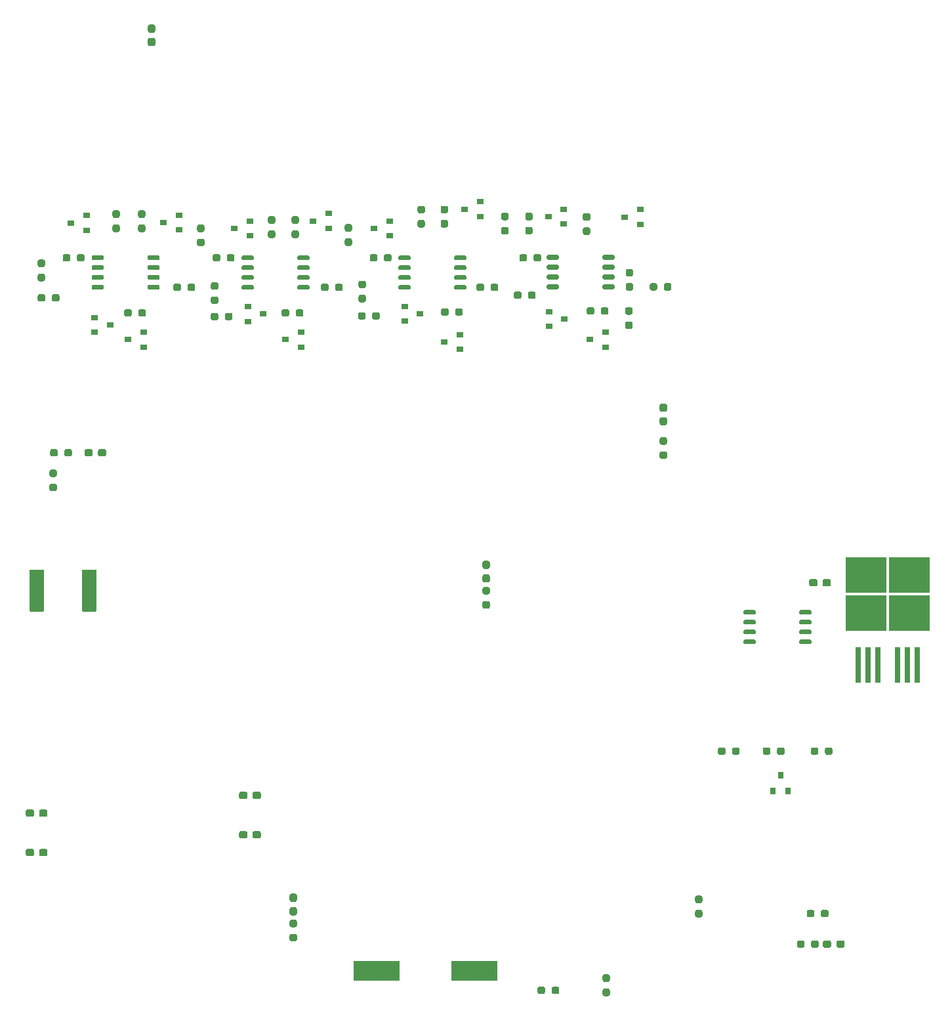
<source format=gbr>
%TF.GenerationSoftware,KiCad,Pcbnew,(5.1.10)-1*%
%TF.CreationDate,2021-12-10T12:48:02-06:00*%
%TF.ProjectId,BMS_2022_Rev1,424d535f-3230-4323-925f-526576312e6b,rev?*%
%TF.SameCoordinates,Original*%
%TF.FileFunction,Paste,Top*%
%TF.FilePolarity,Positive*%
%FSLAX46Y46*%
G04 Gerber Fmt 4.6, Leading zero omitted, Abs format (unit mm)*
G04 Created by KiCad (PCBNEW (5.1.10)-1) date 2021-12-10 12:48:02*
%MOMM*%
%LPD*%
G01*
G04 APERTURE LIST*
%ADD10R,0.800000X0.900000*%
%ADD11R,5.250000X4.550000*%
%ADD12R,0.800000X4.600000*%
%ADD13R,6.000000X2.500000*%
%ADD14R,0.900000X0.800000*%
G04 APERTURE END LIST*
%TO.C,U6*%
G36*
G01*
X58294000Y-78128000D02*
X58294000Y-77828000D01*
G75*
G02*
X58444000Y-77678000I150000J0D01*
G01*
X59744000Y-77678000D01*
G75*
G02*
X59894000Y-77828000I0J-150000D01*
G01*
X59894000Y-78128000D01*
G75*
G02*
X59744000Y-78278000I-150000J0D01*
G01*
X58444000Y-78278000D01*
G75*
G02*
X58294000Y-78128000I0J150000D01*
G01*
G37*
G36*
G01*
X58294000Y-79398000D02*
X58294000Y-79098000D01*
G75*
G02*
X58444000Y-78948000I150000J0D01*
G01*
X59744000Y-78948000D01*
G75*
G02*
X59894000Y-79098000I0J-150000D01*
G01*
X59894000Y-79398000D01*
G75*
G02*
X59744000Y-79548000I-150000J0D01*
G01*
X58444000Y-79548000D01*
G75*
G02*
X58294000Y-79398000I0J150000D01*
G01*
G37*
G36*
G01*
X58294000Y-80668000D02*
X58294000Y-80368000D01*
G75*
G02*
X58444000Y-80218000I150000J0D01*
G01*
X59744000Y-80218000D01*
G75*
G02*
X59894000Y-80368000I0J-150000D01*
G01*
X59894000Y-80668000D01*
G75*
G02*
X59744000Y-80818000I-150000J0D01*
G01*
X58444000Y-80818000D01*
G75*
G02*
X58294000Y-80668000I0J150000D01*
G01*
G37*
G36*
G01*
X58294000Y-81938000D02*
X58294000Y-81638000D01*
G75*
G02*
X58444000Y-81488000I150000J0D01*
G01*
X59744000Y-81488000D01*
G75*
G02*
X59894000Y-81638000I0J-150000D01*
G01*
X59894000Y-81938000D01*
G75*
G02*
X59744000Y-82088000I-150000J0D01*
G01*
X58444000Y-82088000D01*
G75*
G02*
X58294000Y-81938000I0J150000D01*
G01*
G37*
G36*
G01*
X65494000Y-81938000D02*
X65494000Y-81638000D01*
G75*
G02*
X65644000Y-81488000I150000J0D01*
G01*
X66944000Y-81488000D01*
G75*
G02*
X67094000Y-81638000I0J-150000D01*
G01*
X67094000Y-81938000D01*
G75*
G02*
X66944000Y-82088000I-150000J0D01*
G01*
X65644000Y-82088000D01*
G75*
G02*
X65494000Y-81938000I0J150000D01*
G01*
G37*
G36*
G01*
X65494000Y-80668000D02*
X65494000Y-80368000D01*
G75*
G02*
X65644000Y-80218000I150000J0D01*
G01*
X66944000Y-80218000D01*
G75*
G02*
X67094000Y-80368000I0J-150000D01*
G01*
X67094000Y-80668000D01*
G75*
G02*
X66944000Y-80818000I-150000J0D01*
G01*
X65644000Y-80818000D01*
G75*
G02*
X65494000Y-80668000I0J150000D01*
G01*
G37*
G36*
G01*
X65494000Y-79398000D02*
X65494000Y-79098000D01*
G75*
G02*
X65644000Y-78948000I150000J0D01*
G01*
X66944000Y-78948000D01*
G75*
G02*
X67094000Y-79098000I0J-150000D01*
G01*
X67094000Y-79398000D01*
G75*
G02*
X66944000Y-79548000I-150000J0D01*
G01*
X65644000Y-79548000D01*
G75*
G02*
X65494000Y-79398000I0J150000D01*
G01*
G37*
G36*
G01*
X65494000Y-78128000D02*
X65494000Y-77828000D01*
G75*
G02*
X65644000Y-77678000I150000J0D01*
G01*
X66944000Y-77678000D01*
G75*
G02*
X67094000Y-77828000I0J-150000D01*
G01*
X67094000Y-78128000D01*
G75*
G02*
X66944000Y-78278000I-150000J0D01*
G01*
X65644000Y-78278000D01*
G75*
G02*
X65494000Y-78128000I0J150000D01*
G01*
G37*
%TD*%
%TO.C,C8*%
G36*
G01*
X65802500Y-47876000D02*
X66277500Y-47876000D01*
G75*
G02*
X66515000Y-48113500I0J-237500D01*
G01*
X66515000Y-48713500D01*
G75*
G02*
X66277500Y-48951000I-237500J0D01*
G01*
X65802500Y-48951000D01*
G75*
G02*
X65565000Y-48713500I0J237500D01*
G01*
X65565000Y-48113500D01*
G75*
G02*
X65802500Y-47876000I237500J0D01*
G01*
G37*
G36*
G01*
X65802500Y-49601000D02*
X66277500Y-49601000D01*
G75*
G02*
X66515000Y-49838500I0J-237500D01*
G01*
X66515000Y-50438500D01*
G75*
G02*
X66277500Y-50676000I-237500J0D01*
G01*
X65802500Y-50676000D01*
G75*
G02*
X65565000Y-50438500I0J237500D01*
G01*
X65565000Y-49838500D01*
G75*
G02*
X65802500Y-49601000I237500J0D01*
G01*
G37*
%TD*%
D10*
%TO.C,D3*%
X147193000Y-144716500D03*
X148143000Y-146716500D03*
X146243000Y-146716500D03*
%TD*%
%TO.C,R10*%
G36*
G01*
X152085500Y-141367500D02*
X152085500Y-141842500D01*
G75*
G02*
X151848000Y-142080000I-237500J0D01*
G01*
X151348000Y-142080000D01*
G75*
G02*
X151110500Y-141842500I0J237500D01*
G01*
X151110500Y-141367500D01*
G75*
G02*
X151348000Y-141130000I237500J0D01*
G01*
X151848000Y-141130000D01*
G75*
G02*
X152085500Y-141367500I0J-237500D01*
G01*
G37*
G36*
G01*
X153910500Y-141367500D02*
X153910500Y-141842500D01*
G75*
G02*
X153673000Y-142080000I-237500J0D01*
G01*
X153173000Y-142080000D01*
G75*
G02*
X152935500Y-141842500I0J237500D01*
G01*
X152935500Y-141367500D01*
G75*
G02*
X153173000Y-141130000I237500J0D01*
G01*
X153673000Y-141130000D01*
G75*
G02*
X153910500Y-141367500I0J-237500D01*
G01*
G37*
%TD*%
%TO.C,C4*%
G36*
G01*
X78415000Y-147082500D02*
X78415000Y-147557500D01*
G75*
G02*
X78177500Y-147795000I-237500J0D01*
G01*
X77577500Y-147795000D01*
G75*
G02*
X77340000Y-147557500I0J237500D01*
G01*
X77340000Y-147082500D01*
G75*
G02*
X77577500Y-146845000I237500J0D01*
G01*
X78177500Y-146845000D01*
G75*
G02*
X78415000Y-147082500I0J-237500D01*
G01*
G37*
G36*
G01*
X80140000Y-147082500D02*
X80140000Y-147557500D01*
G75*
G02*
X79902500Y-147795000I-237500J0D01*
G01*
X79302500Y-147795000D01*
G75*
G02*
X79065000Y-147557500I0J237500D01*
G01*
X79065000Y-147082500D01*
G75*
G02*
X79302500Y-146845000I237500J0D01*
G01*
X79902500Y-146845000D01*
G75*
G02*
X80140000Y-147082500I0J-237500D01*
G01*
G37*
%TD*%
%TO.C,F1*%
G36*
G01*
X57035000Y-123379001D02*
X57035000Y-118428999D01*
G75*
G02*
X57284999Y-118179000I249999J0D01*
G01*
X58710001Y-118179000D01*
G75*
G02*
X58960000Y-118428999I0J-249999D01*
G01*
X58960000Y-123379001D01*
G75*
G02*
X58710001Y-123629000I-249999J0D01*
G01*
X57284999Y-123629000D01*
G75*
G02*
X57035000Y-123379001I0J249999D01*
G01*
G37*
G36*
G01*
X50260000Y-123379001D02*
X50260000Y-118428999D01*
G75*
G02*
X50509999Y-118179000I249999J0D01*
G01*
X51935001Y-118179000D01*
G75*
G02*
X52185000Y-118428999I0J-249999D01*
G01*
X52185000Y-123379001D01*
G75*
G02*
X51935001Y-123629000I-249999J0D01*
G01*
X50509999Y-123629000D01*
G75*
G02*
X50260000Y-123379001I0J249999D01*
G01*
G37*
%TD*%
%TO.C,U3*%
G36*
G01*
X149612000Y-123848000D02*
X149612000Y-123548000D01*
G75*
G02*
X149762000Y-123398000I150000J0D01*
G01*
X151062000Y-123398000D01*
G75*
G02*
X151212000Y-123548000I0J-150000D01*
G01*
X151212000Y-123848000D01*
G75*
G02*
X151062000Y-123998000I-150000J0D01*
G01*
X149762000Y-123998000D01*
G75*
G02*
X149612000Y-123848000I0J150000D01*
G01*
G37*
G36*
G01*
X149612000Y-125118000D02*
X149612000Y-124818000D01*
G75*
G02*
X149762000Y-124668000I150000J0D01*
G01*
X151062000Y-124668000D01*
G75*
G02*
X151212000Y-124818000I0J-150000D01*
G01*
X151212000Y-125118000D01*
G75*
G02*
X151062000Y-125268000I-150000J0D01*
G01*
X149762000Y-125268000D01*
G75*
G02*
X149612000Y-125118000I0J150000D01*
G01*
G37*
G36*
G01*
X149612000Y-126388000D02*
X149612000Y-126088000D01*
G75*
G02*
X149762000Y-125938000I150000J0D01*
G01*
X151062000Y-125938000D01*
G75*
G02*
X151212000Y-126088000I0J-150000D01*
G01*
X151212000Y-126388000D01*
G75*
G02*
X151062000Y-126538000I-150000J0D01*
G01*
X149762000Y-126538000D01*
G75*
G02*
X149612000Y-126388000I0J150000D01*
G01*
G37*
G36*
G01*
X149612000Y-127658000D02*
X149612000Y-127358000D01*
G75*
G02*
X149762000Y-127208000I150000J0D01*
G01*
X151062000Y-127208000D01*
G75*
G02*
X151212000Y-127358000I0J-150000D01*
G01*
X151212000Y-127658000D01*
G75*
G02*
X151062000Y-127808000I-150000J0D01*
G01*
X149762000Y-127808000D01*
G75*
G02*
X149612000Y-127658000I0J150000D01*
G01*
G37*
G36*
G01*
X142412000Y-127658000D02*
X142412000Y-127358000D01*
G75*
G02*
X142562000Y-127208000I150000J0D01*
G01*
X143862000Y-127208000D01*
G75*
G02*
X144012000Y-127358000I0J-150000D01*
G01*
X144012000Y-127658000D01*
G75*
G02*
X143862000Y-127808000I-150000J0D01*
G01*
X142562000Y-127808000D01*
G75*
G02*
X142412000Y-127658000I0J150000D01*
G01*
G37*
G36*
G01*
X142412000Y-126388000D02*
X142412000Y-126088000D01*
G75*
G02*
X142562000Y-125938000I150000J0D01*
G01*
X143862000Y-125938000D01*
G75*
G02*
X144012000Y-126088000I0J-150000D01*
G01*
X144012000Y-126388000D01*
G75*
G02*
X143862000Y-126538000I-150000J0D01*
G01*
X142562000Y-126538000D01*
G75*
G02*
X142412000Y-126388000I0J150000D01*
G01*
G37*
G36*
G01*
X142412000Y-125118000D02*
X142412000Y-124818000D01*
G75*
G02*
X142562000Y-124668000I150000J0D01*
G01*
X143862000Y-124668000D01*
G75*
G02*
X144012000Y-124818000I0J-150000D01*
G01*
X144012000Y-125118000D01*
G75*
G02*
X143862000Y-125268000I-150000J0D01*
G01*
X142562000Y-125268000D01*
G75*
G02*
X142412000Y-125118000I0J150000D01*
G01*
G37*
G36*
G01*
X142412000Y-123848000D02*
X142412000Y-123548000D01*
G75*
G02*
X142562000Y-123398000I150000J0D01*
G01*
X143862000Y-123398000D01*
G75*
G02*
X144012000Y-123548000I0J-150000D01*
G01*
X144012000Y-123848000D01*
G75*
G02*
X143862000Y-123998000I-150000J0D01*
G01*
X142562000Y-123998000D01*
G75*
G02*
X142412000Y-123848000I0J150000D01*
G01*
G37*
%TD*%
%TO.C,R16*%
G36*
G01*
X140100500Y-141367500D02*
X140100500Y-141842500D01*
G75*
G02*
X139863000Y-142080000I-237500J0D01*
G01*
X139363000Y-142080000D01*
G75*
G02*
X139125500Y-141842500I0J237500D01*
G01*
X139125500Y-141367500D01*
G75*
G02*
X139363000Y-141130000I237500J0D01*
G01*
X139863000Y-141130000D01*
G75*
G02*
X140100500Y-141367500I0J-237500D01*
G01*
G37*
G36*
G01*
X141925500Y-141367500D02*
X141925500Y-141842500D01*
G75*
G02*
X141688000Y-142080000I-237500J0D01*
G01*
X141188000Y-142080000D01*
G75*
G02*
X140950500Y-141842500I0J237500D01*
G01*
X140950500Y-141367500D01*
G75*
G02*
X141188000Y-141130000I237500J0D01*
G01*
X141688000Y-141130000D01*
G75*
G02*
X141925500Y-141367500I0J-237500D01*
G01*
G37*
%TD*%
%TO.C,R15*%
G36*
G01*
X150300500Y-166259500D02*
X150300500Y-166734500D01*
G75*
G02*
X150063000Y-166972000I-237500J0D01*
G01*
X149563000Y-166972000D01*
G75*
G02*
X149325500Y-166734500I0J237500D01*
G01*
X149325500Y-166259500D01*
G75*
G02*
X149563000Y-166022000I237500J0D01*
G01*
X150063000Y-166022000D01*
G75*
G02*
X150300500Y-166259500I0J-237500D01*
G01*
G37*
G36*
G01*
X152125500Y-166259500D02*
X152125500Y-166734500D01*
G75*
G02*
X151888000Y-166972000I-237500J0D01*
G01*
X151388000Y-166972000D01*
G75*
G02*
X151150500Y-166734500I0J237500D01*
G01*
X151150500Y-166259500D01*
G75*
G02*
X151388000Y-166022000I237500J0D01*
G01*
X151888000Y-166022000D01*
G75*
G02*
X152125500Y-166259500I0J-237500D01*
G01*
G37*
%TD*%
%TO.C,R14*%
G36*
G01*
X131842500Y-102937500D02*
X132317500Y-102937500D01*
G75*
G02*
X132555000Y-103175000I0J-237500D01*
G01*
X132555000Y-103675000D01*
G75*
G02*
X132317500Y-103912500I-237500J0D01*
G01*
X131842500Y-103912500D01*
G75*
G02*
X131605000Y-103675000I0J237500D01*
G01*
X131605000Y-103175000D01*
G75*
G02*
X131842500Y-102937500I237500J0D01*
G01*
G37*
G36*
G01*
X131842500Y-101112500D02*
X132317500Y-101112500D01*
G75*
G02*
X132555000Y-101350000I0J-237500D01*
G01*
X132555000Y-101850000D01*
G75*
G02*
X132317500Y-102087500I-237500J0D01*
G01*
X131842500Y-102087500D01*
G75*
G02*
X131605000Y-101850000I0J237500D01*
G01*
X131605000Y-101350000D01*
G75*
G02*
X131842500Y-101112500I237500J0D01*
G01*
G37*
%TD*%
%TO.C,R13*%
G36*
G01*
X108982500Y-122258000D02*
X109457500Y-122258000D01*
G75*
G02*
X109695000Y-122495500I0J-237500D01*
G01*
X109695000Y-122995500D01*
G75*
G02*
X109457500Y-123233000I-237500J0D01*
G01*
X108982500Y-123233000D01*
G75*
G02*
X108745000Y-122995500I0J237500D01*
G01*
X108745000Y-122495500D01*
G75*
G02*
X108982500Y-122258000I237500J0D01*
G01*
G37*
G36*
G01*
X108982500Y-120433000D02*
X109457500Y-120433000D01*
G75*
G02*
X109695000Y-120670500I0J-237500D01*
G01*
X109695000Y-121170500D01*
G75*
G02*
X109457500Y-121408000I-237500J0D01*
G01*
X108982500Y-121408000D01*
G75*
G02*
X108745000Y-121170500I0J237500D01*
G01*
X108745000Y-120670500D01*
G75*
G02*
X108982500Y-120433000I237500J0D01*
G01*
G37*
%TD*%
%TO.C,R12*%
G36*
G01*
X84090500Y-165167500D02*
X84565500Y-165167500D01*
G75*
G02*
X84803000Y-165405000I0J-237500D01*
G01*
X84803000Y-165905000D01*
G75*
G02*
X84565500Y-166142500I-237500J0D01*
G01*
X84090500Y-166142500D01*
G75*
G02*
X83853000Y-165905000I0J237500D01*
G01*
X83853000Y-165405000D01*
G75*
G02*
X84090500Y-165167500I237500J0D01*
G01*
G37*
G36*
G01*
X84090500Y-163342500D02*
X84565500Y-163342500D01*
G75*
G02*
X84803000Y-163580000I0J-237500D01*
G01*
X84803000Y-164080000D01*
G75*
G02*
X84565500Y-164317500I-237500J0D01*
G01*
X84090500Y-164317500D01*
G75*
G02*
X83853000Y-164080000I0J237500D01*
G01*
X83853000Y-163580000D01*
G75*
G02*
X84090500Y-163342500I237500J0D01*
G01*
G37*
%TD*%
%TO.C,R11*%
G36*
G01*
X145895500Y-141367500D02*
X145895500Y-141842500D01*
G75*
G02*
X145658000Y-142080000I-237500J0D01*
G01*
X145158000Y-142080000D01*
G75*
G02*
X144920500Y-141842500I0J237500D01*
G01*
X144920500Y-141367500D01*
G75*
G02*
X145158000Y-141130000I237500J0D01*
G01*
X145658000Y-141130000D01*
G75*
G02*
X145895500Y-141367500I0J-237500D01*
G01*
G37*
G36*
G01*
X147720500Y-141367500D02*
X147720500Y-141842500D01*
G75*
G02*
X147483000Y-142080000I-237500J0D01*
G01*
X146983000Y-142080000D01*
G75*
G02*
X146745500Y-141842500I0J237500D01*
G01*
X146745500Y-141367500D01*
G75*
G02*
X146983000Y-141130000I237500J0D01*
G01*
X147483000Y-141130000D01*
G75*
G02*
X147720500Y-141367500I0J-237500D01*
G01*
G37*
%TD*%
%TO.C,R5*%
G36*
G01*
X117669500Y-172703500D02*
X117669500Y-172228500D01*
G75*
G02*
X117907000Y-171991000I237500J0D01*
G01*
X118407000Y-171991000D01*
G75*
G02*
X118644500Y-172228500I0J-237500D01*
G01*
X118644500Y-172703500D01*
G75*
G02*
X118407000Y-172941000I-237500J0D01*
G01*
X117907000Y-172941000D01*
G75*
G02*
X117669500Y-172703500I0J237500D01*
G01*
G37*
G36*
G01*
X115844500Y-172703500D02*
X115844500Y-172228500D01*
G75*
G02*
X116082000Y-171991000I237500J0D01*
G01*
X116582000Y-171991000D01*
G75*
G02*
X116819500Y-172228500I0J-237500D01*
G01*
X116819500Y-172703500D01*
G75*
G02*
X116582000Y-172941000I-237500J0D01*
G01*
X116082000Y-172941000D01*
G75*
G02*
X115844500Y-172703500I0J237500D01*
G01*
G37*
%TD*%
%TO.C,R4*%
G36*
G01*
X136889500Y-161222500D02*
X136414500Y-161222500D01*
G75*
G02*
X136177000Y-160985000I0J237500D01*
G01*
X136177000Y-160485000D01*
G75*
G02*
X136414500Y-160247500I237500J0D01*
G01*
X136889500Y-160247500D01*
G75*
G02*
X137127000Y-160485000I0J-237500D01*
G01*
X137127000Y-160985000D01*
G75*
G02*
X136889500Y-161222500I-237500J0D01*
G01*
G37*
G36*
G01*
X136889500Y-163047500D02*
X136414500Y-163047500D01*
G75*
G02*
X136177000Y-162810000I0J237500D01*
G01*
X136177000Y-162310000D01*
G75*
G02*
X136414500Y-162072500I237500J0D01*
G01*
X136889500Y-162072500D01*
G75*
G02*
X137127000Y-162310000I0J-237500D01*
G01*
X137127000Y-162810000D01*
G75*
G02*
X136889500Y-163047500I-237500J0D01*
G01*
G37*
%TD*%
%TO.C,R2*%
G36*
G01*
X152420500Y-162797500D02*
X152420500Y-162322500D01*
G75*
G02*
X152658000Y-162085000I237500J0D01*
G01*
X153158000Y-162085000D01*
G75*
G02*
X153395500Y-162322500I0J-237500D01*
G01*
X153395500Y-162797500D01*
G75*
G02*
X153158000Y-163035000I-237500J0D01*
G01*
X152658000Y-163035000D01*
G75*
G02*
X152420500Y-162797500I0J237500D01*
G01*
G37*
G36*
G01*
X150595500Y-162797500D02*
X150595500Y-162322500D01*
G75*
G02*
X150833000Y-162085000I237500J0D01*
G01*
X151333000Y-162085000D01*
G75*
G02*
X151570500Y-162322500I0J-237500D01*
G01*
X151570500Y-162797500D01*
G75*
G02*
X151333000Y-163035000I-237500J0D01*
G01*
X150833000Y-163035000D01*
G75*
G02*
X150595500Y-162797500I0J237500D01*
G01*
G37*
%TD*%
%TO.C,R1*%
G36*
G01*
X124951500Y-171382500D02*
X124476500Y-171382500D01*
G75*
G02*
X124239000Y-171145000I0J237500D01*
G01*
X124239000Y-170645000D01*
G75*
G02*
X124476500Y-170407500I237500J0D01*
G01*
X124951500Y-170407500D01*
G75*
G02*
X125189000Y-170645000I0J-237500D01*
G01*
X125189000Y-171145000D01*
G75*
G02*
X124951500Y-171382500I-237500J0D01*
G01*
G37*
G36*
G01*
X124951500Y-173207500D02*
X124476500Y-173207500D01*
G75*
G02*
X124239000Y-172970000I0J237500D01*
G01*
X124239000Y-172470000D01*
G75*
G02*
X124476500Y-172232500I237500J0D01*
G01*
X124951500Y-172232500D01*
G75*
G02*
X125189000Y-172470000I0J-237500D01*
G01*
X125189000Y-172970000D01*
G75*
G02*
X124951500Y-173207500I-237500J0D01*
G01*
G37*
%TD*%
D11*
%TO.C,Q4*%
X163811000Y-123764000D03*
X158261000Y-118914000D03*
X158261000Y-123764000D03*
X163811000Y-118914000D03*
D12*
X164846000Y-130489000D03*
X163576000Y-130489000D03*
X162306000Y-130489000D03*
X159766000Y-130489000D03*
X158496000Y-130489000D03*
X157226000Y-130489000D03*
%TD*%
%TO.C,C7*%
G36*
G01*
X50882500Y-154448500D02*
X50882500Y-154923500D01*
G75*
G02*
X50645000Y-155161000I-237500J0D01*
G01*
X50045000Y-155161000D01*
G75*
G02*
X49807500Y-154923500I0J237500D01*
G01*
X49807500Y-154448500D01*
G75*
G02*
X50045000Y-154211000I237500J0D01*
G01*
X50645000Y-154211000D01*
G75*
G02*
X50882500Y-154448500I0J-237500D01*
G01*
G37*
G36*
G01*
X52607500Y-154448500D02*
X52607500Y-154923500D01*
G75*
G02*
X52370000Y-155161000I-237500J0D01*
G01*
X51770000Y-155161000D01*
G75*
G02*
X51532500Y-154923500I0J237500D01*
G01*
X51532500Y-154448500D01*
G75*
G02*
X51770000Y-154211000I237500J0D01*
G01*
X52370000Y-154211000D01*
G75*
G02*
X52607500Y-154448500I0J-237500D01*
G01*
G37*
%TD*%
%TO.C,C6*%
G36*
G01*
X50882500Y-149368500D02*
X50882500Y-149843500D01*
G75*
G02*
X50645000Y-150081000I-237500J0D01*
G01*
X50045000Y-150081000D01*
G75*
G02*
X49807500Y-149843500I0J237500D01*
G01*
X49807500Y-149368500D01*
G75*
G02*
X50045000Y-149131000I237500J0D01*
G01*
X50645000Y-149131000D01*
G75*
G02*
X50882500Y-149368500I0J-237500D01*
G01*
G37*
G36*
G01*
X52607500Y-149368500D02*
X52607500Y-149843500D01*
G75*
G02*
X52370000Y-150081000I-237500J0D01*
G01*
X51770000Y-150081000D01*
G75*
G02*
X51532500Y-149843500I0J237500D01*
G01*
X51532500Y-149368500D01*
G75*
G02*
X51770000Y-149131000I237500J0D01*
G01*
X52370000Y-149131000D01*
G75*
G02*
X52607500Y-149368500I0J-237500D01*
G01*
G37*
%TD*%
%TO.C,C3*%
G36*
G01*
X78415000Y-152162500D02*
X78415000Y-152637500D01*
G75*
G02*
X78177500Y-152875000I-237500J0D01*
G01*
X77577500Y-152875000D01*
G75*
G02*
X77340000Y-152637500I0J237500D01*
G01*
X77340000Y-152162500D01*
G75*
G02*
X77577500Y-151925000I237500J0D01*
G01*
X78177500Y-151925000D01*
G75*
G02*
X78415000Y-152162500I0J-237500D01*
G01*
G37*
G36*
G01*
X80140000Y-152162500D02*
X80140000Y-152637500D01*
G75*
G02*
X79902500Y-152875000I-237500J0D01*
G01*
X79302500Y-152875000D01*
G75*
G02*
X79065000Y-152637500I0J237500D01*
G01*
X79065000Y-152162500D01*
G75*
G02*
X79302500Y-151925000I237500J0D01*
G01*
X79902500Y-151925000D01*
G75*
G02*
X80140000Y-152162500I0J-237500D01*
G01*
G37*
%TD*%
%TO.C,C1*%
G36*
G01*
X151974500Y-119650500D02*
X151974500Y-120125500D01*
G75*
G02*
X151737000Y-120363000I-237500J0D01*
G01*
X151137000Y-120363000D01*
G75*
G02*
X150899500Y-120125500I0J237500D01*
G01*
X150899500Y-119650500D01*
G75*
G02*
X151137000Y-119413000I237500J0D01*
G01*
X151737000Y-119413000D01*
G75*
G02*
X151974500Y-119650500I0J-237500D01*
G01*
G37*
G36*
G01*
X153699500Y-119650500D02*
X153699500Y-120125500D01*
G75*
G02*
X153462000Y-120363000I-237500J0D01*
G01*
X152862000Y-120363000D01*
G75*
G02*
X152624500Y-120125500I0J237500D01*
G01*
X152624500Y-119650500D01*
G75*
G02*
X152862000Y-119413000I237500J0D01*
G01*
X153462000Y-119413000D01*
G75*
G02*
X153699500Y-119650500I0J-237500D01*
G01*
G37*
%TD*%
D13*
%TO.C,BZ1*%
X95096000Y-169926000D03*
X107696000Y-169926000D03*
%TD*%
%TO.C,D2*%
G36*
G01*
X57387000Y-103361500D02*
X57387000Y-102886500D01*
G75*
G02*
X57624500Y-102649000I237500J0D01*
G01*
X58199500Y-102649000D01*
G75*
G02*
X58437000Y-102886500I0J-237500D01*
G01*
X58437000Y-103361500D01*
G75*
G02*
X58199500Y-103599000I-237500J0D01*
G01*
X57624500Y-103599000D01*
G75*
G02*
X57387000Y-103361500I0J237500D01*
G01*
G37*
G36*
G01*
X59137000Y-103361500D02*
X59137000Y-102886500D01*
G75*
G02*
X59374500Y-102649000I237500J0D01*
G01*
X59949500Y-102649000D01*
G75*
G02*
X60187000Y-102886500I0J-237500D01*
G01*
X60187000Y-103361500D01*
G75*
G02*
X59949500Y-103599000I-237500J0D01*
G01*
X59374500Y-103599000D01*
G75*
G02*
X59137000Y-103361500I0J237500D01*
G01*
G37*
%TD*%
D14*
%TO.C,D8*%
X55626000Y-73472000D03*
X57626000Y-72522000D03*
X57626000Y-74422000D03*
%TD*%
%TO.C,D9*%
X58706000Y-85664000D03*
X58706000Y-87564000D03*
X60706000Y-86614000D03*
%TD*%
%TO.C,D10*%
X67564000Y-73406000D03*
X69564000Y-72456000D03*
X69564000Y-74356000D03*
%TD*%
%TO.C,D11*%
X64992000Y-89469000D03*
X64992000Y-87569000D03*
X62992000Y-88519000D03*
%TD*%
%TO.C,D12*%
X76724000Y-74168000D03*
X78724000Y-73218000D03*
X78724000Y-75118000D03*
%TD*%
%TO.C,D13*%
X78454500Y-84267000D03*
X78454500Y-86167000D03*
X80454500Y-85217000D03*
%TD*%
%TO.C,D14*%
X88884000Y-74168000D03*
X88884000Y-72268000D03*
X86884000Y-73218000D03*
%TD*%
%TO.C,D15*%
X85312000Y-89469000D03*
X85312000Y-87569000D03*
X83312000Y-88519000D03*
%TD*%
%TO.C,D16*%
X94758000Y-74168000D03*
X96758000Y-73218000D03*
X96758000Y-75118000D03*
%TD*%
%TO.C,D17*%
X98679000Y-84264500D03*
X98679000Y-86164500D03*
X100679000Y-85214500D03*
%TD*%
%TO.C,D18*%
X106458000Y-71691500D03*
X108458000Y-70741500D03*
X108458000Y-72641500D03*
%TD*%
%TO.C,D19*%
X105822500Y-89786500D03*
X105822500Y-87886500D03*
X103822500Y-88836500D03*
%TD*%
%TO.C,D20*%
X119221000Y-73594000D03*
X119221000Y-71694000D03*
X117221000Y-72644000D03*
%TD*%
%TO.C,D21*%
X119316500Y-85852000D03*
X117316500Y-86802000D03*
X117316500Y-84902000D03*
%TD*%
%TO.C,D22*%
X127079500Y-72707500D03*
X129079500Y-71757500D03*
X129079500Y-73657500D03*
%TD*%
%TO.C,D23*%
X122618500Y-88519000D03*
X124618500Y-87569000D03*
X124618500Y-89469000D03*
%TD*%
%TO.C,R8*%
G36*
G01*
X53931000Y-102886500D02*
X53931000Y-103361500D01*
G75*
G02*
X53693500Y-103599000I-237500J0D01*
G01*
X53193500Y-103599000D01*
G75*
G02*
X52956000Y-103361500I0J237500D01*
G01*
X52956000Y-102886500D01*
G75*
G02*
X53193500Y-102649000I237500J0D01*
G01*
X53693500Y-102649000D01*
G75*
G02*
X53931000Y-102886500I0J-237500D01*
G01*
G37*
G36*
G01*
X55756000Y-102886500D02*
X55756000Y-103361500D01*
G75*
G02*
X55518500Y-103599000I-237500J0D01*
G01*
X55018500Y-103599000D01*
G75*
G02*
X54781000Y-103361500I0J237500D01*
G01*
X54781000Y-102886500D01*
G75*
G02*
X55018500Y-102649000I237500J0D01*
G01*
X55518500Y-102649000D01*
G75*
G02*
X55756000Y-102886500I0J-237500D01*
G01*
G37*
%TD*%
%TO.C,R9*%
G36*
G01*
X53102500Y-105280000D02*
X53577500Y-105280000D01*
G75*
G02*
X53815000Y-105517500I0J-237500D01*
G01*
X53815000Y-106017500D01*
G75*
G02*
X53577500Y-106255000I-237500J0D01*
G01*
X53102500Y-106255000D01*
G75*
G02*
X52865000Y-106017500I0J237500D01*
G01*
X52865000Y-105517500D01*
G75*
G02*
X53102500Y-105280000I237500J0D01*
G01*
G37*
G36*
G01*
X53102500Y-107105000D02*
X53577500Y-107105000D01*
G75*
G02*
X53815000Y-107342500I0J-237500D01*
G01*
X53815000Y-107842500D01*
G75*
G02*
X53577500Y-108080000I-237500J0D01*
G01*
X53102500Y-108080000D01*
G75*
G02*
X52865000Y-107842500I0J237500D01*
G01*
X52865000Y-107342500D01*
G75*
G02*
X53102500Y-107105000I237500J0D01*
G01*
G37*
%TD*%
%TO.C,R17*%
G36*
G01*
X52320000Y-82900500D02*
X52320000Y-83375500D01*
G75*
G02*
X52082500Y-83613000I-237500J0D01*
G01*
X51582500Y-83613000D01*
G75*
G02*
X51345000Y-83375500I0J237500D01*
G01*
X51345000Y-82900500D01*
G75*
G02*
X51582500Y-82663000I237500J0D01*
G01*
X52082500Y-82663000D01*
G75*
G02*
X52320000Y-82900500I0J-237500D01*
G01*
G37*
G36*
G01*
X54145000Y-82900500D02*
X54145000Y-83375500D01*
G75*
G02*
X53907500Y-83613000I-237500J0D01*
G01*
X53407500Y-83613000D01*
G75*
G02*
X53170000Y-83375500I0J237500D01*
G01*
X53170000Y-82900500D01*
G75*
G02*
X53407500Y-82663000I237500J0D01*
G01*
X53907500Y-82663000D01*
G75*
G02*
X54145000Y-82900500I0J-237500D01*
G01*
G37*
%TD*%
%TO.C,R18*%
G36*
G01*
X52053500Y-79180500D02*
X51578500Y-79180500D01*
G75*
G02*
X51341000Y-78943000I0J237500D01*
G01*
X51341000Y-78443000D01*
G75*
G02*
X51578500Y-78205500I237500J0D01*
G01*
X52053500Y-78205500D01*
G75*
G02*
X52291000Y-78443000I0J-237500D01*
G01*
X52291000Y-78943000D01*
G75*
G02*
X52053500Y-79180500I-237500J0D01*
G01*
G37*
G36*
G01*
X52053500Y-81005500D02*
X51578500Y-81005500D01*
G75*
G02*
X51341000Y-80768000I0J237500D01*
G01*
X51341000Y-80268000D01*
G75*
G02*
X51578500Y-80030500I237500J0D01*
G01*
X52053500Y-80030500D01*
G75*
G02*
X52291000Y-80268000I0J-237500D01*
G01*
X52291000Y-80768000D01*
G75*
G02*
X52053500Y-81005500I-237500J0D01*
G01*
G37*
%TD*%
%TO.C,R19*%
G36*
G01*
X61705500Y-74655500D02*
X61230500Y-74655500D01*
G75*
G02*
X60993000Y-74418000I0J237500D01*
G01*
X60993000Y-73918000D01*
G75*
G02*
X61230500Y-73680500I237500J0D01*
G01*
X61705500Y-73680500D01*
G75*
G02*
X61943000Y-73918000I0J-237500D01*
G01*
X61943000Y-74418000D01*
G75*
G02*
X61705500Y-74655500I-237500J0D01*
G01*
G37*
G36*
G01*
X61705500Y-72830500D02*
X61230500Y-72830500D01*
G75*
G02*
X60993000Y-72593000I0J237500D01*
G01*
X60993000Y-72093000D01*
G75*
G02*
X61230500Y-71855500I237500J0D01*
G01*
X61705500Y-71855500D01*
G75*
G02*
X61943000Y-72093000I0J-237500D01*
G01*
X61943000Y-72593000D01*
G75*
G02*
X61705500Y-72830500I-237500J0D01*
G01*
G37*
%TD*%
%TO.C,R20*%
G36*
G01*
X57383500Y-77740500D02*
X57383500Y-78215500D01*
G75*
G02*
X57146000Y-78453000I-237500J0D01*
G01*
X56646000Y-78453000D01*
G75*
G02*
X56408500Y-78215500I0J237500D01*
G01*
X56408500Y-77740500D01*
G75*
G02*
X56646000Y-77503000I237500J0D01*
G01*
X57146000Y-77503000D01*
G75*
G02*
X57383500Y-77740500I0J-237500D01*
G01*
G37*
G36*
G01*
X55558500Y-77740500D02*
X55558500Y-78215500D01*
G75*
G02*
X55321000Y-78453000I-237500J0D01*
G01*
X54821000Y-78453000D01*
G75*
G02*
X54583500Y-78215500I0J237500D01*
G01*
X54583500Y-77740500D01*
G75*
G02*
X54821000Y-77503000I237500J0D01*
G01*
X55321000Y-77503000D01*
G75*
G02*
X55558500Y-77740500I0J-237500D01*
G01*
G37*
%TD*%
%TO.C,R21*%
G36*
G01*
X71654500Y-81550500D02*
X71654500Y-82025500D01*
G75*
G02*
X71417000Y-82263000I-237500J0D01*
G01*
X70917000Y-82263000D01*
G75*
G02*
X70679500Y-82025500I0J237500D01*
G01*
X70679500Y-81550500D01*
G75*
G02*
X70917000Y-81313000I237500J0D01*
G01*
X71417000Y-81313000D01*
G75*
G02*
X71654500Y-81550500I0J-237500D01*
G01*
G37*
G36*
G01*
X69829500Y-81550500D02*
X69829500Y-82025500D01*
G75*
G02*
X69592000Y-82263000I-237500J0D01*
G01*
X69092000Y-82263000D01*
G75*
G02*
X68854500Y-82025500I0J237500D01*
G01*
X68854500Y-81550500D01*
G75*
G02*
X69092000Y-81313000I237500J0D01*
G01*
X69592000Y-81313000D01*
G75*
G02*
X69829500Y-81550500I0J-237500D01*
G01*
G37*
%TD*%
%TO.C,R22*%
G36*
G01*
X65007500Y-72830500D02*
X64532500Y-72830500D01*
G75*
G02*
X64295000Y-72593000I0J237500D01*
G01*
X64295000Y-72093000D01*
G75*
G02*
X64532500Y-71855500I237500J0D01*
G01*
X65007500Y-71855500D01*
G75*
G02*
X65245000Y-72093000I0J-237500D01*
G01*
X65245000Y-72593000D01*
G75*
G02*
X65007500Y-72830500I-237500J0D01*
G01*
G37*
G36*
G01*
X65007500Y-74655500D02*
X64532500Y-74655500D01*
G75*
G02*
X64295000Y-74418000I0J237500D01*
G01*
X64295000Y-73918000D01*
G75*
G02*
X64532500Y-73680500I237500J0D01*
G01*
X65007500Y-73680500D01*
G75*
G02*
X65245000Y-73918000I0J-237500D01*
G01*
X65245000Y-74418000D01*
G75*
G02*
X65007500Y-74655500I-237500J0D01*
G01*
G37*
%TD*%
%TO.C,R23*%
G36*
G01*
X72627500Y-76480500D02*
X72152500Y-76480500D01*
G75*
G02*
X71915000Y-76243000I0J237500D01*
G01*
X71915000Y-75743000D01*
G75*
G02*
X72152500Y-75505500I237500J0D01*
G01*
X72627500Y-75505500D01*
G75*
G02*
X72865000Y-75743000I0J-237500D01*
G01*
X72865000Y-76243000D01*
G75*
G02*
X72627500Y-76480500I-237500J0D01*
G01*
G37*
G36*
G01*
X72627500Y-74655500D02*
X72152500Y-74655500D01*
G75*
G02*
X71915000Y-74418000I0J237500D01*
G01*
X71915000Y-73918000D01*
G75*
G02*
X72152500Y-73680500I237500J0D01*
G01*
X72627500Y-73680500D01*
G75*
G02*
X72865000Y-73918000I0J-237500D01*
G01*
X72865000Y-74418000D01*
G75*
G02*
X72627500Y-74655500I-237500J0D01*
G01*
G37*
%TD*%
%TO.C,R24*%
G36*
G01*
X64329500Y-85327500D02*
X64329500Y-84852500D01*
G75*
G02*
X64567000Y-84615000I237500J0D01*
G01*
X65067000Y-84615000D01*
G75*
G02*
X65304500Y-84852500I0J-237500D01*
G01*
X65304500Y-85327500D01*
G75*
G02*
X65067000Y-85565000I-237500J0D01*
G01*
X64567000Y-85565000D01*
G75*
G02*
X64329500Y-85327500I0J237500D01*
G01*
G37*
G36*
G01*
X62504500Y-85327500D02*
X62504500Y-84852500D01*
G75*
G02*
X62742000Y-84615000I237500J0D01*
G01*
X63242000Y-84615000D01*
G75*
G02*
X63479500Y-84852500I0J-237500D01*
G01*
X63479500Y-85327500D01*
G75*
G02*
X63242000Y-85565000I-237500J0D01*
G01*
X62742000Y-85565000D01*
G75*
G02*
X62504500Y-85327500I0J237500D01*
G01*
G37*
%TD*%
%TO.C,R25*%
G36*
G01*
X74655500Y-85313500D02*
X74655500Y-85788500D01*
G75*
G02*
X74418000Y-86026000I-237500J0D01*
G01*
X73918000Y-86026000D01*
G75*
G02*
X73680500Y-85788500I0J237500D01*
G01*
X73680500Y-85313500D01*
G75*
G02*
X73918000Y-85076000I237500J0D01*
G01*
X74418000Y-85076000D01*
G75*
G02*
X74655500Y-85313500I0J-237500D01*
G01*
G37*
G36*
G01*
X76480500Y-85313500D02*
X76480500Y-85788500D01*
G75*
G02*
X76243000Y-86026000I-237500J0D01*
G01*
X75743000Y-86026000D01*
G75*
G02*
X75505500Y-85788500I0J237500D01*
G01*
X75505500Y-85313500D01*
G75*
G02*
X75743000Y-85076000I237500J0D01*
G01*
X76243000Y-85076000D01*
G75*
G02*
X76480500Y-85313500I0J-237500D01*
G01*
G37*
%TD*%
%TO.C,R26*%
G36*
G01*
X74405500Y-82101500D02*
X73930500Y-82101500D01*
G75*
G02*
X73693000Y-81864000I0J237500D01*
G01*
X73693000Y-81364000D01*
G75*
G02*
X73930500Y-81126500I237500J0D01*
G01*
X74405500Y-81126500D01*
G75*
G02*
X74643000Y-81364000I0J-237500D01*
G01*
X74643000Y-81864000D01*
G75*
G02*
X74405500Y-82101500I-237500J0D01*
G01*
G37*
G36*
G01*
X74405500Y-83926500D02*
X73930500Y-83926500D01*
G75*
G02*
X73693000Y-83689000I0J237500D01*
G01*
X73693000Y-83189000D01*
G75*
G02*
X73930500Y-82951500I237500J0D01*
G01*
X74405500Y-82951500D01*
G75*
G02*
X74643000Y-83189000I0J-237500D01*
G01*
X74643000Y-83689000D01*
G75*
G02*
X74405500Y-83926500I-237500J0D01*
G01*
G37*
%TD*%
%TO.C,R27*%
G36*
G01*
X81771500Y-75417500D02*
X81296500Y-75417500D01*
G75*
G02*
X81059000Y-75180000I0J237500D01*
G01*
X81059000Y-74680000D01*
G75*
G02*
X81296500Y-74442500I237500J0D01*
G01*
X81771500Y-74442500D01*
G75*
G02*
X82009000Y-74680000I0J-237500D01*
G01*
X82009000Y-75180000D01*
G75*
G02*
X81771500Y-75417500I-237500J0D01*
G01*
G37*
G36*
G01*
X81771500Y-73592500D02*
X81296500Y-73592500D01*
G75*
G02*
X81059000Y-73355000I0J237500D01*
G01*
X81059000Y-72855000D01*
G75*
G02*
X81296500Y-72617500I237500J0D01*
G01*
X81771500Y-72617500D01*
G75*
G02*
X82009000Y-72855000I0J-237500D01*
G01*
X82009000Y-73355000D01*
G75*
G02*
X81771500Y-73592500I-237500J0D01*
G01*
G37*
%TD*%
%TO.C,R28*%
G36*
G01*
X76734500Y-77740500D02*
X76734500Y-78215500D01*
G75*
G02*
X76497000Y-78453000I-237500J0D01*
G01*
X75997000Y-78453000D01*
G75*
G02*
X75759500Y-78215500I0J237500D01*
G01*
X75759500Y-77740500D01*
G75*
G02*
X75997000Y-77503000I237500J0D01*
G01*
X76497000Y-77503000D01*
G75*
G02*
X76734500Y-77740500I0J-237500D01*
G01*
G37*
G36*
G01*
X74909500Y-77740500D02*
X74909500Y-78215500D01*
G75*
G02*
X74672000Y-78453000I-237500J0D01*
G01*
X74172000Y-78453000D01*
G75*
G02*
X73934500Y-78215500I0J237500D01*
G01*
X73934500Y-77740500D01*
G75*
G02*
X74172000Y-77503000I237500J0D01*
G01*
X74672000Y-77503000D01*
G75*
G02*
X74909500Y-77740500I0J-237500D01*
G01*
G37*
%TD*%
%TO.C,R29*%
G36*
G01*
X90704500Y-81550500D02*
X90704500Y-82025500D01*
G75*
G02*
X90467000Y-82263000I-237500J0D01*
G01*
X89967000Y-82263000D01*
G75*
G02*
X89729500Y-82025500I0J237500D01*
G01*
X89729500Y-81550500D01*
G75*
G02*
X89967000Y-81313000I237500J0D01*
G01*
X90467000Y-81313000D01*
G75*
G02*
X90704500Y-81550500I0J-237500D01*
G01*
G37*
G36*
G01*
X88879500Y-81550500D02*
X88879500Y-82025500D01*
G75*
G02*
X88642000Y-82263000I-237500J0D01*
G01*
X88142000Y-82263000D01*
G75*
G02*
X87904500Y-82025500I0J237500D01*
G01*
X87904500Y-81550500D01*
G75*
G02*
X88142000Y-81313000I237500J0D01*
G01*
X88642000Y-81313000D01*
G75*
G02*
X88879500Y-81550500I0J-237500D01*
G01*
G37*
%TD*%
%TO.C,R30*%
G36*
G01*
X84819500Y-73592500D02*
X84344500Y-73592500D01*
G75*
G02*
X84107000Y-73355000I0J237500D01*
G01*
X84107000Y-72855000D01*
G75*
G02*
X84344500Y-72617500I237500J0D01*
G01*
X84819500Y-72617500D01*
G75*
G02*
X85057000Y-72855000I0J-237500D01*
G01*
X85057000Y-73355000D01*
G75*
G02*
X84819500Y-73592500I-237500J0D01*
G01*
G37*
G36*
G01*
X84819500Y-75417500D02*
X84344500Y-75417500D01*
G75*
G02*
X84107000Y-75180000I0J237500D01*
G01*
X84107000Y-74680000D01*
G75*
G02*
X84344500Y-74442500I237500J0D01*
G01*
X84819500Y-74442500D01*
G75*
G02*
X85057000Y-74680000I0J-237500D01*
G01*
X85057000Y-75180000D01*
G75*
G02*
X84819500Y-75417500I-237500J0D01*
G01*
G37*
%TD*%
%TO.C,R31*%
G36*
G01*
X91677500Y-74608500D02*
X91202500Y-74608500D01*
G75*
G02*
X90965000Y-74371000I0J237500D01*
G01*
X90965000Y-73871000D01*
G75*
G02*
X91202500Y-73633500I237500J0D01*
G01*
X91677500Y-73633500D01*
G75*
G02*
X91915000Y-73871000I0J-237500D01*
G01*
X91915000Y-74371000D01*
G75*
G02*
X91677500Y-74608500I-237500J0D01*
G01*
G37*
G36*
G01*
X91677500Y-76433500D02*
X91202500Y-76433500D01*
G75*
G02*
X90965000Y-76196000I0J237500D01*
G01*
X90965000Y-75696000D01*
G75*
G02*
X91202500Y-75458500I237500J0D01*
G01*
X91677500Y-75458500D01*
G75*
G02*
X91915000Y-75696000I0J-237500D01*
G01*
X91915000Y-76196000D01*
G75*
G02*
X91677500Y-76433500I-237500J0D01*
G01*
G37*
%TD*%
%TO.C,R32*%
G36*
G01*
X84649500Y-85327500D02*
X84649500Y-84852500D01*
G75*
G02*
X84887000Y-84615000I237500J0D01*
G01*
X85387000Y-84615000D01*
G75*
G02*
X85624500Y-84852500I0J-237500D01*
G01*
X85624500Y-85327500D01*
G75*
G02*
X85387000Y-85565000I-237500J0D01*
G01*
X84887000Y-85565000D01*
G75*
G02*
X84649500Y-85327500I0J237500D01*
G01*
G37*
G36*
G01*
X82824500Y-85327500D02*
X82824500Y-84852500D01*
G75*
G02*
X83062000Y-84615000I237500J0D01*
G01*
X83562000Y-84615000D01*
G75*
G02*
X83799500Y-84852500I0J-237500D01*
G01*
X83799500Y-85327500D01*
G75*
G02*
X83562000Y-85565000I-237500J0D01*
G01*
X83062000Y-85565000D01*
G75*
G02*
X82824500Y-85327500I0J237500D01*
G01*
G37*
%TD*%
%TO.C,R33*%
G36*
G01*
X93658500Y-85233500D02*
X93658500Y-85708500D01*
G75*
G02*
X93421000Y-85946000I-237500J0D01*
G01*
X92921000Y-85946000D01*
G75*
G02*
X92683500Y-85708500I0J237500D01*
G01*
X92683500Y-85233500D01*
G75*
G02*
X92921000Y-84996000I237500J0D01*
G01*
X93421000Y-84996000D01*
G75*
G02*
X93658500Y-85233500I0J-237500D01*
G01*
G37*
G36*
G01*
X95483500Y-85233500D02*
X95483500Y-85708500D01*
G75*
G02*
X95246000Y-85946000I-237500J0D01*
G01*
X94746000Y-85946000D01*
G75*
G02*
X94508500Y-85708500I0J237500D01*
G01*
X94508500Y-85233500D01*
G75*
G02*
X94746000Y-84996000I237500J0D01*
G01*
X95246000Y-84996000D01*
G75*
G02*
X95483500Y-85233500I0J-237500D01*
G01*
G37*
%TD*%
%TO.C,R34*%
G36*
G01*
X93455500Y-81894500D02*
X92980500Y-81894500D01*
G75*
G02*
X92743000Y-81657000I0J237500D01*
G01*
X92743000Y-81157000D01*
G75*
G02*
X92980500Y-80919500I237500J0D01*
G01*
X93455500Y-80919500D01*
G75*
G02*
X93693000Y-81157000I0J-237500D01*
G01*
X93693000Y-81657000D01*
G75*
G02*
X93455500Y-81894500I-237500J0D01*
G01*
G37*
G36*
G01*
X93455500Y-83719500D02*
X92980500Y-83719500D01*
G75*
G02*
X92743000Y-83482000I0J237500D01*
G01*
X92743000Y-82982000D01*
G75*
G02*
X92980500Y-82744500I237500J0D01*
G01*
X93455500Y-82744500D01*
G75*
G02*
X93693000Y-82982000I0J-237500D01*
G01*
X93693000Y-83482000D01*
G75*
G02*
X93455500Y-83719500I-237500J0D01*
G01*
G37*
%TD*%
%TO.C,R35*%
G36*
G01*
X101075500Y-74067500D02*
X100600500Y-74067500D01*
G75*
G02*
X100363000Y-73830000I0J237500D01*
G01*
X100363000Y-73330000D01*
G75*
G02*
X100600500Y-73092500I237500J0D01*
G01*
X101075500Y-73092500D01*
G75*
G02*
X101313000Y-73330000I0J-237500D01*
G01*
X101313000Y-73830000D01*
G75*
G02*
X101075500Y-74067500I-237500J0D01*
G01*
G37*
G36*
G01*
X101075500Y-72242500D02*
X100600500Y-72242500D01*
G75*
G02*
X100363000Y-72005000I0J237500D01*
G01*
X100363000Y-71505000D01*
G75*
G02*
X100600500Y-71267500I237500J0D01*
G01*
X101075500Y-71267500D01*
G75*
G02*
X101313000Y-71505000I0J-237500D01*
G01*
X101313000Y-72005000D01*
G75*
G02*
X101075500Y-72242500I-237500J0D01*
G01*
G37*
%TD*%
%TO.C,R36*%
G36*
G01*
X97007500Y-77740500D02*
X97007500Y-78215500D01*
G75*
G02*
X96770000Y-78453000I-237500J0D01*
G01*
X96270000Y-78453000D01*
G75*
G02*
X96032500Y-78215500I0J237500D01*
G01*
X96032500Y-77740500D01*
G75*
G02*
X96270000Y-77503000I237500J0D01*
G01*
X96770000Y-77503000D01*
G75*
G02*
X97007500Y-77740500I0J-237500D01*
G01*
G37*
G36*
G01*
X95182500Y-77740500D02*
X95182500Y-78215500D01*
G75*
G02*
X94945000Y-78453000I-237500J0D01*
G01*
X94445000Y-78453000D01*
G75*
G02*
X94207500Y-78215500I0J237500D01*
G01*
X94207500Y-77740500D01*
G75*
G02*
X94445000Y-77503000I237500J0D01*
G01*
X94945000Y-77503000D01*
G75*
G02*
X95182500Y-77740500I0J-237500D01*
G01*
G37*
%TD*%
%TO.C,R37*%
G36*
G01*
X110770500Y-81550500D02*
X110770500Y-82025500D01*
G75*
G02*
X110533000Y-82263000I-237500J0D01*
G01*
X110033000Y-82263000D01*
G75*
G02*
X109795500Y-82025500I0J237500D01*
G01*
X109795500Y-81550500D01*
G75*
G02*
X110033000Y-81313000I237500J0D01*
G01*
X110533000Y-81313000D01*
G75*
G02*
X110770500Y-81550500I0J-237500D01*
G01*
G37*
G36*
G01*
X108945500Y-81550500D02*
X108945500Y-82025500D01*
G75*
G02*
X108708000Y-82263000I-237500J0D01*
G01*
X108208000Y-82263000D01*
G75*
G02*
X107970500Y-82025500I0J237500D01*
G01*
X107970500Y-81550500D01*
G75*
G02*
X108208000Y-81313000I237500J0D01*
G01*
X108708000Y-81313000D01*
G75*
G02*
X108945500Y-81550500I0J-237500D01*
G01*
G37*
%TD*%
%TO.C,R38*%
G36*
G01*
X104060000Y-72242500D02*
X103585000Y-72242500D01*
G75*
G02*
X103347500Y-72005000I0J237500D01*
G01*
X103347500Y-71505000D01*
G75*
G02*
X103585000Y-71267500I237500J0D01*
G01*
X104060000Y-71267500D01*
G75*
G02*
X104297500Y-71505000I0J-237500D01*
G01*
X104297500Y-72005000D01*
G75*
G02*
X104060000Y-72242500I-237500J0D01*
G01*
G37*
G36*
G01*
X104060000Y-74067500D02*
X103585000Y-74067500D01*
G75*
G02*
X103347500Y-73830000I0J237500D01*
G01*
X103347500Y-73330000D01*
G75*
G02*
X103585000Y-73092500I237500J0D01*
G01*
X104060000Y-73092500D01*
G75*
G02*
X104297500Y-73330000I0J-237500D01*
G01*
X104297500Y-73830000D01*
G75*
G02*
X104060000Y-74067500I-237500J0D01*
G01*
G37*
%TD*%
%TO.C,R39*%
G36*
G01*
X111870500Y-74956500D02*
X111395500Y-74956500D01*
G75*
G02*
X111158000Y-74719000I0J237500D01*
G01*
X111158000Y-74219000D01*
G75*
G02*
X111395500Y-73981500I237500J0D01*
G01*
X111870500Y-73981500D01*
G75*
G02*
X112108000Y-74219000I0J-237500D01*
G01*
X112108000Y-74719000D01*
G75*
G02*
X111870500Y-74956500I-237500J0D01*
G01*
G37*
G36*
G01*
X111870500Y-73131500D02*
X111395500Y-73131500D01*
G75*
G02*
X111158000Y-72894000I0J237500D01*
G01*
X111158000Y-72394000D01*
G75*
G02*
X111395500Y-72156500I237500J0D01*
G01*
X111870500Y-72156500D01*
G75*
G02*
X112108000Y-72394000I0J-237500D01*
G01*
X112108000Y-72894000D01*
G75*
G02*
X111870500Y-73131500I-237500J0D01*
G01*
G37*
%TD*%
%TO.C,R40*%
G36*
G01*
X105223500Y-85200500D02*
X105223500Y-84725500D01*
G75*
G02*
X105461000Y-84488000I237500J0D01*
G01*
X105961000Y-84488000D01*
G75*
G02*
X106198500Y-84725500I0J-237500D01*
G01*
X106198500Y-85200500D01*
G75*
G02*
X105961000Y-85438000I-237500J0D01*
G01*
X105461000Y-85438000D01*
G75*
G02*
X105223500Y-85200500I0J237500D01*
G01*
G37*
G36*
G01*
X103398500Y-85200500D02*
X103398500Y-84725500D01*
G75*
G02*
X103636000Y-84488000I237500J0D01*
G01*
X104136000Y-84488000D01*
G75*
G02*
X104373500Y-84725500I0J-237500D01*
G01*
X104373500Y-85200500D01*
G75*
G02*
X104136000Y-85438000I-237500J0D01*
G01*
X103636000Y-85438000D01*
G75*
G02*
X103398500Y-85200500I0J237500D01*
G01*
G37*
%TD*%
%TO.C,R41*%
G36*
G01*
X115596500Y-82566500D02*
X115596500Y-83041500D01*
G75*
G02*
X115359000Y-83279000I-237500J0D01*
G01*
X114859000Y-83279000D01*
G75*
G02*
X114621500Y-83041500I0J237500D01*
G01*
X114621500Y-82566500D01*
G75*
G02*
X114859000Y-82329000I237500J0D01*
G01*
X115359000Y-82329000D01*
G75*
G02*
X115596500Y-82566500I0J-237500D01*
G01*
G37*
G36*
G01*
X113771500Y-82566500D02*
X113771500Y-83041500D01*
G75*
G02*
X113534000Y-83279000I-237500J0D01*
G01*
X113034000Y-83279000D01*
G75*
G02*
X112796500Y-83041500I0J237500D01*
G01*
X112796500Y-82566500D01*
G75*
G02*
X113034000Y-82329000I237500J0D01*
G01*
X113534000Y-82329000D01*
G75*
G02*
X113771500Y-82566500I0J-237500D01*
G01*
G37*
%TD*%
%TO.C,R42*%
G36*
G01*
X114982000Y-73131500D02*
X114507000Y-73131500D01*
G75*
G02*
X114269500Y-72894000I0J237500D01*
G01*
X114269500Y-72394000D01*
G75*
G02*
X114507000Y-72156500I237500J0D01*
G01*
X114982000Y-72156500D01*
G75*
G02*
X115219500Y-72394000I0J-237500D01*
G01*
X115219500Y-72894000D01*
G75*
G02*
X114982000Y-73131500I-237500J0D01*
G01*
G37*
G36*
G01*
X114982000Y-74956500D02*
X114507000Y-74956500D01*
G75*
G02*
X114269500Y-74719000I0J237500D01*
G01*
X114269500Y-74219000D01*
G75*
G02*
X114507000Y-73981500I237500J0D01*
G01*
X114982000Y-73981500D01*
G75*
G02*
X115219500Y-74219000I0J-237500D01*
G01*
X115219500Y-74719000D01*
G75*
G02*
X114982000Y-74956500I-237500J0D01*
G01*
G37*
%TD*%
%TO.C,R43*%
G36*
G01*
X122411500Y-75020000D02*
X121936500Y-75020000D01*
G75*
G02*
X121699000Y-74782500I0J237500D01*
G01*
X121699000Y-74282500D01*
G75*
G02*
X121936500Y-74045000I237500J0D01*
G01*
X122411500Y-74045000D01*
G75*
G02*
X122649000Y-74282500I0J-237500D01*
G01*
X122649000Y-74782500D01*
G75*
G02*
X122411500Y-75020000I-237500J0D01*
G01*
G37*
G36*
G01*
X122411500Y-73195000D02*
X121936500Y-73195000D01*
G75*
G02*
X121699000Y-72957500I0J237500D01*
G01*
X121699000Y-72457500D01*
G75*
G02*
X121936500Y-72220000I237500J0D01*
G01*
X122411500Y-72220000D01*
G75*
G02*
X122649000Y-72457500I0J-237500D01*
G01*
X122649000Y-72957500D01*
G75*
G02*
X122411500Y-73195000I-237500J0D01*
G01*
G37*
%TD*%
%TO.C,R44*%
G36*
G01*
X116311500Y-77740500D02*
X116311500Y-78215500D01*
G75*
G02*
X116074000Y-78453000I-237500J0D01*
G01*
X115574000Y-78453000D01*
G75*
G02*
X115336500Y-78215500I0J237500D01*
G01*
X115336500Y-77740500D01*
G75*
G02*
X115574000Y-77503000I237500J0D01*
G01*
X116074000Y-77503000D01*
G75*
G02*
X116311500Y-77740500I0J-237500D01*
G01*
G37*
G36*
G01*
X114486500Y-77740500D02*
X114486500Y-78215500D01*
G75*
G02*
X114249000Y-78453000I-237500J0D01*
G01*
X113749000Y-78453000D01*
G75*
G02*
X113511500Y-78215500I0J237500D01*
G01*
X113511500Y-77740500D01*
G75*
G02*
X113749000Y-77503000I237500J0D01*
G01*
X114249000Y-77503000D01*
G75*
G02*
X114486500Y-77740500I0J-237500D01*
G01*
G37*
%TD*%
%TO.C,R45*%
G36*
G01*
X133122500Y-81487000D02*
X133122500Y-81962000D01*
G75*
G02*
X132885000Y-82199500I-237500J0D01*
G01*
X132385000Y-82199500D01*
G75*
G02*
X132147500Y-81962000I0J237500D01*
G01*
X132147500Y-81487000D01*
G75*
G02*
X132385000Y-81249500I237500J0D01*
G01*
X132885000Y-81249500D01*
G75*
G02*
X133122500Y-81487000I0J-237500D01*
G01*
G37*
G36*
G01*
X131297500Y-81487000D02*
X131297500Y-81962000D01*
G75*
G02*
X131060000Y-82199500I-237500J0D01*
G01*
X130560000Y-82199500D01*
G75*
G02*
X130322500Y-81962000I0J237500D01*
G01*
X130322500Y-81487000D01*
G75*
G02*
X130560000Y-81249500I237500J0D01*
G01*
X131060000Y-81249500D01*
G75*
G02*
X131297500Y-81487000I0J-237500D01*
G01*
G37*
%TD*%
%TO.C,R46*%
G36*
G01*
X127936000Y-80387000D02*
X127461000Y-80387000D01*
G75*
G02*
X127223500Y-80149500I0J237500D01*
G01*
X127223500Y-79649500D01*
G75*
G02*
X127461000Y-79412000I237500J0D01*
G01*
X127936000Y-79412000D01*
G75*
G02*
X128173500Y-79649500I0J-237500D01*
G01*
X128173500Y-80149500D01*
G75*
G02*
X127936000Y-80387000I-237500J0D01*
G01*
G37*
G36*
G01*
X127936000Y-82212000D02*
X127461000Y-82212000D01*
G75*
G02*
X127223500Y-81974500I0J237500D01*
G01*
X127223500Y-81474500D01*
G75*
G02*
X127461000Y-81237000I237500J0D01*
G01*
X127936000Y-81237000D01*
G75*
G02*
X128173500Y-81474500I0J-237500D01*
G01*
X128173500Y-81974500D01*
G75*
G02*
X127936000Y-82212000I-237500J0D01*
G01*
G37*
%TD*%
%TO.C,R47*%
G36*
G01*
X127397500Y-84348500D02*
X127872500Y-84348500D01*
G75*
G02*
X128110000Y-84586000I0J-237500D01*
G01*
X128110000Y-85086000D01*
G75*
G02*
X127872500Y-85323500I-237500J0D01*
G01*
X127397500Y-85323500D01*
G75*
G02*
X127160000Y-85086000I0J237500D01*
G01*
X127160000Y-84586000D01*
G75*
G02*
X127397500Y-84348500I237500J0D01*
G01*
G37*
G36*
G01*
X127397500Y-86173500D02*
X127872500Y-86173500D01*
G75*
G02*
X128110000Y-86411000I0J-237500D01*
G01*
X128110000Y-86911000D01*
G75*
G02*
X127872500Y-87148500I-237500J0D01*
G01*
X127397500Y-87148500D01*
G75*
G02*
X127160000Y-86911000I0J237500D01*
G01*
X127160000Y-86411000D01*
G75*
G02*
X127397500Y-86173500I237500J0D01*
G01*
G37*
%TD*%
%TO.C,R48*%
G36*
G01*
X124019500Y-85073500D02*
X124019500Y-84598500D01*
G75*
G02*
X124257000Y-84361000I237500J0D01*
G01*
X124757000Y-84361000D01*
G75*
G02*
X124994500Y-84598500I0J-237500D01*
G01*
X124994500Y-85073500D01*
G75*
G02*
X124757000Y-85311000I-237500J0D01*
G01*
X124257000Y-85311000D01*
G75*
G02*
X124019500Y-85073500I0J237500D01*
G01*
G37*
G36*
G01*
X122194500Y-85073500D02*
X122194500Y-84598500D01*
G75*
G02*
X122432000Y-84361000I237500J0D01*
G01*
X122932000Y-84361000D01*
G75*
G02*
X123169500Y-84598500I0J-237500D01*
G01*
X123169500Y-85073500D01*
G75*
G02*
X122932000Y-85311000I-237500J0D01*
G01*
X122432000Y-85311000D01*
G75*
G02*
X122194500Y-85073500I0J237500D01*
G01*
G37*
%TD*%
%TO.C,U8*%
G36*
G01*
X105079000Y-78128000D02*
X105079000Y-77828000D01*
G75*
G02*
X105229000Y-77678000I150000J0D01*
G01*
X106529000Y-77678000D01*
G75*
G02*
X106679000Y-77828000I0J-150000D01*
G01*
X106679000Y-78128000D01*
G75*
G02*
X106529000Y-78278000I-150000J0D01*
G01*
X105229000Y-78278000D01*
G75*
G02*
X105079000Y-78128000I0J150000D01*
G01*
G37*
G36*
G01*
X105079000Y-79398000D02*
X105079000Y-79098000D01*
G75*
G02*
X105229000Y-78948000I150000J0D01*
G01*
X106529000Y-78948000D01*
G75*
G02*
X106679000Y-79098000I0J-150000D01*
G01*
X106679000Y-79398000D01*
G75*
G02*
X106529000Y-79548000I-150000J0D01*
G01*
X105229000Y-79548000D01*
G75*
G02*
X105079000Y-79398000I0J150000D01*
G01*
G37*
G36*
G01*
X105079000Y-80668000D02*
X105079000Y-80368000D01*
G75*
G02*
X105229000Y-80218000I150000J0D01*
G01*
X106529000Y-80218000D01*
G75*
G02*
X106679000Y-80368000I0J-150000D01*
G01*
X106679000Y-80668000D01*
G75*
G02*
X106529000Y-80818000I-150000J0D01*
G01*
X105229000Y-80818000D01*
G75*
G02*
X105079000Y-80668000I0J150000D01*
G01*
G37*
G36*
G01*
X105079000Y-81938000D02*
X105079000Y-81638000D01*
G75*
G02*
X105229000Y-81488000I150000J0D01*
G01*
X106529000Y-81488000D01*
G75*
G02*
X106679000Y-81638000I0J-150000D01*
G01*
X106679000Y-81938000D01*
G75*
G02*
X106529000Y-82088000I-150000J0D01*
G01*
X105229000Y-82088000D01*
G75*
G02*
X105079000Y-81938000I0J150000D01*
G01*
G37*
G36*
G01*
X97879000Y-81938000D02*
X97879000Y-81638000D01*
G75*
G02*
X98029000Y-81488000I150000J0D01*
G01*
X99329000Y-81488000D01*
G75*
G02*
X99479000Y-81638000I0J-150000D01*
G01*
X99479000Y-81938000D01*
G75*
G02*
X99329000Y-82088000I-150000J0D01*
G01*
X98029000Y-82088000D01*
G75*
G02*
X97879000Y-81938000I0J150000D01*
G01*
G37*
G36*
G01*
X97879000Y-80668000D02*
X97879000Y-80368000D01*
G75*
G02*
X98029000Y-80218000I150000J0D01*
G01*
X99329000Y-80218000D01*
G75*
G02*
X99479000Y-80368000I0J-150000D01*
G01*
X99479000Y-80668000D01*
G75*
G02*
X99329000Y-80818000I-150000J0D01*
G01*
X98029000Y-80818000D01*
G75*
G02*
X97879000Y-80668000I0J150000D01*
G01*
G37*
G36*
G01*
X97879000Y-79398000D02*
X97879000Y-79098000D01*
G75*
G02*
X98029000Y-78948000I150000J0D01*
G01*
X99329000Y-78948000D01*
G75*
G02*
X99479000Y-79098000I0J-150000D01*
G01*
X99479000Y-79398000D01*
G75*
G02*
X99329000Y-79548000I-150000J0D01*
G01*
X98029000Y-79548000D01*
G75*
G02*
X97879000Y-79398000I0J150000D01*
G01*
G37*
G36*
G01*
X97879000Y-78128000D02*
X97879000Y-77828000D01*
G75*
G02*
X98029000Y-77678000I150000J0D01*
G01*
X99329000Y-77678000D01*
G75*
G02*
X99479000Y-77828000I0J-150000D01*
G01*
X99479000Y-78128000D01*
G75*
G02*
X99329000Y-78278000I-150000J0D01*
G01*
X98029000Y-78278000D01*
G75*
G02*
X97879000Y-78128000I0J150000D01*
G01*
G37*
%TD*%
%TO.C,U9*%
G36*
G01*
X116992500Y-78064500D02*
X116992500Y-77764500D01*
G75*
G02*
X117142500Y-77614500I150000J0D01*
G01*
X118442500Y-77614500D01*
G75*
G02*
X118592500Y-77764500I0J-150000D01*
G01*
X118592500Y-78064500D01*
G75*
G02*
X118442500Y-78214500I-150000J0D01*
G01*
X117142500Y-78214500D01*
G75*
G02*
X116992500Y-78064500I0J150000D01*
G01*
G37*
G36*
G01*
X116992500Y-79334500D02*
X116992500Y-79034500D01*
G75*
G02*
X117142500Y-78884500I150000J0D01*
G01*
X118442500Y-78884500D01*
G75*
G02*
X118592500Y-79034500I0J-150000D01*
G01*
X118592500Y-79334500D01*
G75*
G02*
X118442500Y-79484500I-150000J0D01*
G01*
X117142500Y-79484500D01*
G75*
G02*
X116992500Y-79334500I0J150000D01*
G01*
G37*
G36*
G01*
X116992500Y-80604500D02*
X116992500Y-80304500D01*
G75*
G02*
X117142500Y-80154500I150000J0D01*
G01*
X118442500Y-80154500D01*
G75*
G02*
X118592500Y-80304500I0J-150000D01*
G01*
X118592500Y-80604500D01*
G75*
G02*
X118442500Y-80754500I-150000J0D01*
G01*
X117142500Y-80754500D01*
G75*
G02*
X116992500Y-80604500I0J150000D01*
G01*
G37*
G36*
G01*
X116992500Y-81874500D02*
X116992500Y-81574500D01*
G75*
G02*
X117142500Y-81424500I150000J0D01*
G01*
X118442500Y-81424500D01*
G75*
G02*
X118592500Y-81574500I0J-150000D01*
G01*
X118592500Y-81874500D01*
G75*
G02*
X118442500Y-82024500I-150000J0D01*
G01*
X117142500Y-82024500D01*
G75*
G02*
X116992500Y-81874500I0J150000D01*
G01*
G37*
G36*
G01*
X124192500Y-81874500D02*
X124192500Y-81574500D01*
G75*
G02*
X124342500Y-81424500I150000J0D01*
G01*
X125642500Y-81424500D01*
G75*
G02*
X125792500Y-81574500I0J-150000D01*
G01*
X125792500Y-81874500D01*
G75*
G02*
X125642500Y-82024500I-150000J0D01*
G01*
X124342500Y-82024500D01*
G75*
G02*
X124192500Y-81874500I0J150000D01*
G01*
G37*
G36*
G01*
X124192500Y-80604500D02*
X124192500Y-80304500D01*
G75*
G02*
X124342500Y-80154500I150000J0D01*
G01*
X125642500Y-80154500D01*
G75*
G02*
X125792500Y-80304500I0J-150000D01*
G01*
X125792500Y-80604500D01*
G75*
G02*
X125642500Y-80754500I-150000J0D01*
G01*
X124342500Y-80754500D01*
G75*
G02*
X124192500Y-80604500I0J150000D01*
G01*
G37*
G36*
G01*
X124192500Y-79334500D02*
X124192500Y-79034500D01*
G75*
G02*
X124342500Y-78884500I150000J0D01*
G01*
X125642500Y-78884500D01*
G75*
G02*
X125792500Y-79034500I0J-150000D01*
G01*
X125792500Y-79334500D01*
G75*
G02*
X125642500Y-79484500I-150000J0D01*
G01*
X124342500Y-79484500D01*
G75*
G02*
X124192500Y-79334500I0J150000D01*
G01*
G37*
G36*
G01*
X124192500Y-78064500D02*
X124192500Y-77764500D01*
G75*
G02*
X124342500Y-77614500I150000J0D01*
G01*
X125642500Y-77614500D01*
G75*
G02*
X125792500Y-77764500I0J-150000D01*
G01*
X125792500Y-78064500D01*
G75*
G02*
X125642500Y-78214500I-150000J0D01*
G01*
X124342500Y-78214500D01*
G75*
G02*
X124192500Y-78064500I0J150000D01*
G01*
G37*
%TD*%
%TO.C,D4*%
G36*
G01*
X84565500Y-161040500D02*
X84090500Y-161040500D01*
G75*
G02*
X83853000Y-160803000I0J237500D01*
G01*
X83853000Y-160228000D01*
G75*
G02*
X84090500Y-159990500I237500J0D01*
G01*
X84565500Y-159990500D01*
G75*
G02*
X84803000Y-160228000I0J-237500D01*
G01*
X84803000Y-160803000D01*
G75*
G02*
X84565500Y-161040500I-237500J0D01*
G01*
G37*
G36*
G01*
X84565500Y-162790500D02*
X84090500Y-162790500D01*
G75*
G02*
X83853000Y-162553000I0J237500D01*
G01*
X83853000Y-161978000D01*
G75*
G02*
X84090500Y-161740500I237500J0D01*
G01*
X84565500Y-161740500D01*
G75*
G02*
X84803000Y-161978000I0J-237500D01*
G01*
X84803000Y-162553000D01*
G75*
G02*
X84565500Y-162790500I-237500J0D01*
G01*
G37*
%TD*%
%TO.C,D5*%
G36*
G01*
X109457500Y-119854000D02*
X108982500Y-119854000D01*
G75*
G02*
X108745000Y-119616500I0J237500D01*
G01*
X108745000Y-119041500D01*
G75*
G02*
X108982500Y-118804000I237500J0D01*
G01*
X109457500Y-118804000D01*
G75*
G02*
X109695000Y-119041500I0J-237500D01*
G01*
X109695000Y-119616500D01*
G75*
G02*
X109457500Y-119854000I-237500J0D01*
G01*
G37*
G36*
G01*
X109457500Y-118104000D02*
X108982500Y-118104000D01*
G75*
G02*
X108745000Y-117866500I0J237500D01*
G01*
X108745000Y-117291500D01*
G75*
G02*
X108982500Y-117054000I237500J0D01*
G01*
X109457500Y-117054000D01*
G75*
G02*
X109695000Y-117291500I0J-237500D01*
G01*
X109695000Y-117866500D01*
G75*
G02*
X109457500Y-118104000I-237500J0D01*
G01*
G37*
%TD*%
%TO.C,D6*%
G36*
G01*
X132317500Y-97835000D02*
X131842500Y-97835000D01*
G75*
G02*
X131605000Y-97597500I0J237500D01*
G01*
X131605000Y-97022500D01*
G75*
G02*
X131842500Y-96785000I237500J0D01*
G01*
X132317500Y-96785000D01*
G75*
G02*
X132555000Y-97022500I0J-237500D01*
G01*
X132555000Y-97597500D01*
G75*
G02*
X132317500Y-97835000I-237500J0D01*
G01*
G37*
G36*
G01*
X132317500Y-99585000D02*
X131842500Y-99585000D01*
G75*
G02*
X131605000Y-99347500I0J237500D01*
G01*
X131605000Y-98772500D01*
G75*
G02*
X131842500Y-98535000I237500J0D01*
G01*
X132317500Y-98535000D01*
G75*
G02*
X132555000Y-98772500I0J-237500D01*
G01*
X132555000Y-99347500D01*
G75*
G02*
X132317500Y-99585000I-237500J0D01*
G01*
G37*
%TD*%
%TO.C,D7*%
G36*
G01*
X152677500Y-166734500D02*
X152677500Y-166259500D01*
G75*
G02*
X152915000Y-166022000I237500J0D01*
G01*
X153490000Y-166022000D01*
G75*
G02*
X153727500Y-166259500I0J-237500D01*
G01*
X153727500Y-166734500D01*
G75*
G02*
X153490000Y-166972000I-237500J0D01*
G01*
X152915000Y-166972000D01*
G75*
G02*
X152677500Y-166734500I0J237500D01*
G01*
G37*
G36*
G01*
X154427500Y-166734500D02*
X154427500Y-166259500D01*
G75*
G02*
X154665000Y-166022000I237500J0D01*
G01*
X155240000Y-166022000D01*
G75*
G02*
X155477500Y-166259500I0J-237500D01*
G01*
X155477500Y-166734500D01*
G75*
G02*
X155240000Y-166972000I-237500J0D01*
G01*
X154665000Y-166972000D01*
G75*
G02*
X154427500Y-166734500I0J237500D01*
G01*
G37*
%TD*%
%TO.C,U7*%
G36*
G01*
X77642000Y-78128000D02*
X77642000Y-77828000D01*
G75*
G02*
X77792000Y-77678000I150000J0D01*
G01*
X79092000Y-77678000D01*
G75*
G02*
X79242000Y-77828000I0J-150000D01*
G01*
X79242000Y-78128000D01*
G75*
G02*
X79092000Y-78278000I-150000J0D01*
G01*
X77792000Y-78278000D01*
G75*
G02*
X77642000Y-78128000I0J150000D01*
G01*
G37*
G36*
G01*
X77642000Y-79398000D02*
X77642000Y-79098000D01*
G75*
G02*
X77792000Y-78948000I150000J0D01*
G01*
X79092000Y-78948000D01*
G75*
G02*
X79242000Y-79098000I0J-150000D01*
G01*
X79242000Y-79398000D01*
G75*
G02*
X79092000Y-79548000I-150000J0D01*
G01*
X77792000Y-79548000D01*
G75*
G02*
X77642000Y-79398000I0J150000D01*
G01*
G37*
G36*
G01*
X77642000Y-80668000D02*
X77642000Y-80368000D01*
G75*
G02*
X77792000Y-80218000I150000J0D01*
G01*
X79092000Y-80218000D01*
G75*
G02*
X79242000Y-80368000I0J-150000D01*
G01*
X79242000Y-80668000D01*
G75*
G02*
X79092000Y-80818000I-150000J0D01*
G01*
X77792000Y-80818000D01*
G75*
G02*
X77642000Y-80668000I0J150000D01*
G01*
G37*
G36*
G01*
X77642000Y-81938000D02*
X77642000Y-81638000D01*
G75*
G02*
X77792000Y-81488000I150000J0D01*
G01*
X79092000Y-81488000D01*
G75*
G02*
X79242000Y-81638000I0J-150000D01*
G01*
X79242000Y-81938000D01*
G75*
G02*
X79092000Y-82088000I-150000J0D01*
G01*
X77792000Y-82088000D01*
G75*
G02*
X77642000Y-81938000I0J150000D01*
G01*
G37*
G36*
G01*
X84842000Y-81938000D02*
X84842000Y-81638000D01*
G75*
G02*
X84992000Y-81488000I150000J0D01*
G01*
X86292000Y-81488000D01*
G75*
G02*
X86442000Y-81638000I0J-150000D01*
G01*
X86442000Y-81938000D01*
G75*
G02*
X86292000Y-82088000I-150000J0D01*
G01*
X84992000Y-82088000D01*
G75*
G02*
X84842000Y-81938000I0J150000D01*
G01*
G37*
G36*
G01*
X84842000Y-80668000D02*
X84842000Y-80368000D01*
G75*
G02*
X84992000Y-80218000I150000J0D01*
G01*
X86292000Y-80218000D01*
G75*
G02*
X86442000Y-80368000I0J-150000D01*
G01*
X86442000Y-80668000D01*
G75*
G02*
X86292000Y-80818000I-150000J0D01*
G01*
X84992000Y-80818000D01*
G75*
G02*
X84842000Y-80668000I0J150000D01*
G01*
G37*
G36*
G01*
X84842000Y-79398000D02*
X84842000Y-79098000D01*
G75*
G02*
X84992000Y-78948000I150000J0D01*
G01*
X86292000Y-78948000D01*
G75*
G02*
X86442000Y-79098000I0J-150000D01*
G01*
X86442000Y-79398000D01*
G75*
G02*
X86292000Y-79548000I-150000J0D01*
G01*
X84992000Y-79548000D01*
G75*
G02*
X84842000Y-79398000I0J150000D01*
G01*
G37*
G36*
G01*
X84842000Y-78128000D02*
X84842000Y-77828000D01*
G75*
G02*
X84992000Y-77678000I150000J0D01*
G01*
X86292000Y-77678000D01*
G75*
G02*
X86442000Y-77828000I0J-150000D01*
G01*
X86442000Y-78128000D01*
G75*
G02*
X86292000Y-78278000I-150000J0D01*
G01*
X84992000Y-78278000D01*
G75*
G02*
X84842000Y-78128000I0J150000D01*
G01*
G37*
%TD*%
M02*

</source>
